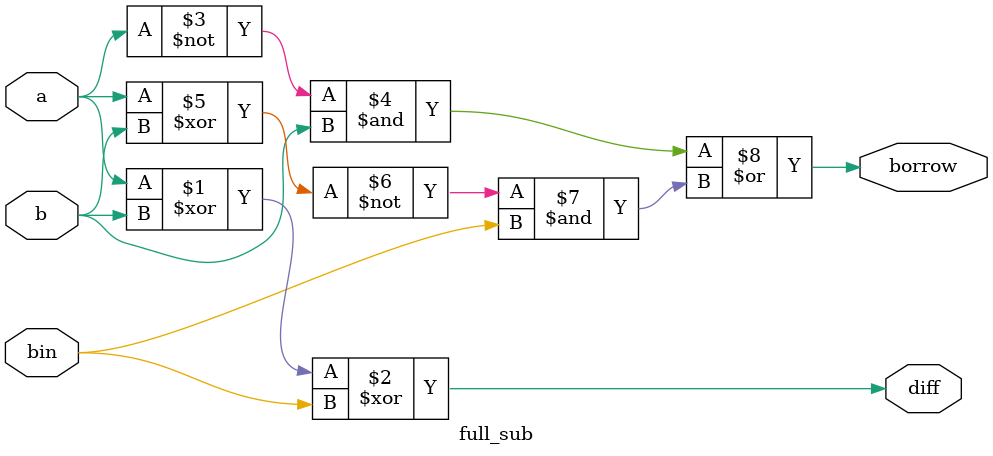
<source format=v>
module full_sub(
    input  wire a, b, bin,
    output wire diff, borrow
);


    assign diff   = a ^ b ^ bin;
    assign borrow = (~a & b) | (~(a ^ b) & bin);

endmodule

</source>
